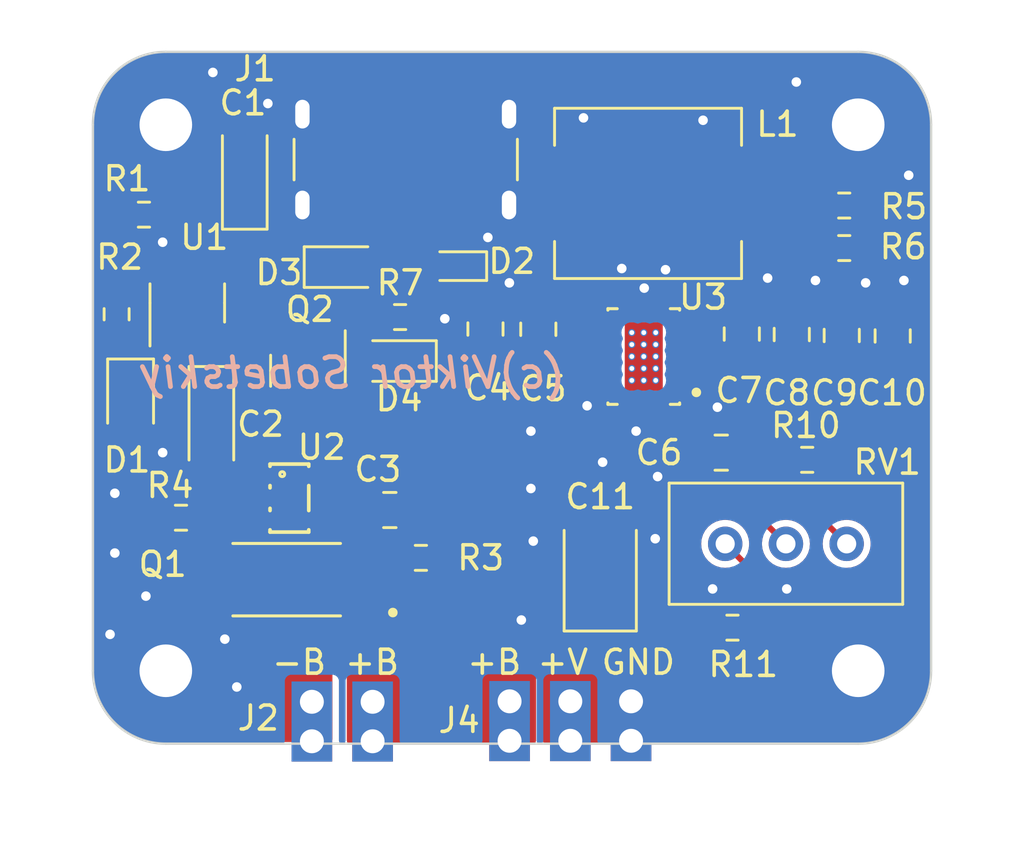
<source format=kicad_pcb>
(kicad_pcb (version 20221018) (generator pcbnew)
  (title_block (title "BMS_Buck-Boost") (date "2023-12-28"))
  (layers (0 "F.Cu" signal) (31 "B.Cu" signal) (34 "B.Paste" user) (35 "F.Paste" user) (36 "B.SilkS" user "B.Silkscreen") (37 "F.SilkS" user "F.Silkscreen") (38 "B.Mask" user) (39 "F.Mask" user) (44 "Edge.Cuts" user))
  (net 0 "")
  (net 1 "VBUS")
  (net 2 "GND")
  (net 3 "+BATT")
  (net 4 "Net-(U2-VCC)")
  (net 5 "-BATT")
  (net 6 "+VCC_IN")
  (net 7 "Net-(U3-EN)")
  (net 8 "+VCC_OUT")
  (net 9 "STAT")
  (net 10 "Net-(D1-A)")
  (net 11 "Net-(D2-A2)")
  (net 12 "Net-(J1-CC1)")
  (net 13 "Net-(J1-CC2)")
  (net 14 "Net-(U3-L1_8)")
  (net 15 "Net-(U3-L2_6)")
  (net 17 "Net-(U2-OD)")
  (net 18 "Net-(U2-OC)")
  (net 19 "Net-(U1-PROG)")
  (net 20 "Net-(U2-CS)")
  (net 21 "Net-(R10-Pad2)")
  (net 22 "Net-(R11-Pad1)")
  (net 23 "FB")
  (footprint "Resistor_SMD:R_0603_1608Metric" (layer "F.Cu") (at 182.8038 86.9442)
    (fp_text reference "R6" (at 2.4638 -0.0508 180) (layer "F.SilkS"))
    (fp_text value "5.1K")
    (fp_line (start -0.237258 -0.5225) (end 0.237258 -0.5225) (stroke (width 0.12)) (layer "F.SilkS"))
    (fp_line (start -0.237258 0.5225) (end 0.237258 0.5225) (stroke (width 0.12)) (layer "F.SilkS"))
    (pad "1" smd roundrect (at -0.825 0) (size 0.8 0.95) (layers "F.Cu" "F.Paste" "F.Mask") (net 12 "Net-(J1-CC1)"))
    (pad "2" smd roundrect (at 0.825 0) (size 0.8 0.95) (layers "F.Cu" "F.Paste" "F.Mask") (net 2 "GND"))
  )
  (footprint "Resistor_SMD:R_0603_1608Metric" (layer "F.Cu") (at 182.8038 85.1662)
    (fp_text reference "R5" (at 2.4892 0.0508 180) (layer "F.SilkS"))
    (fp_text value "5.1K")
    (fp_line (start -0.237258 -0.5225) (end 0.237258 -0.5225) (stroke (width 0.12)) (layer "F.SilkS"))
    (fp_line (start -0.237258 0.5225) (end 0.237258 0.5225) (stroke (width 0.12)) (layer "F.SilkS"))
    (pad "1" smd roundrect (at -0.825 0) (size 0.8 0.95) (layers "F.Cu" "F.Paste" "F.Mask") (net 13 "Net-(J1-CC2)"))
    (pad "2" smd roundrect (at 0.825 0) (size 0.8 0.95) (layers "F.Cu" "F.Paste" "F.Mask") (net 2 "GND"))
  )
  (footprint "Resistor_SMD:R_0603_1608Metric" (layer "F.Cu") (at 181.2544 95.8 180)
    (fp_text reference "R10" (at 0.0544 1.4342) (layer "F.SilkS"))
    (fp_text value "1,1M")
    (fp_line (start -0.237258 -0.5225) (end 0.237258 -0.5225) (stroke (width 0.12)) (layer "F.SilkS"))
    (fp_line (start -0.237258 0.5225) (end 0.237258 0.5225) (stroke (width 0.12)) (layer "F.SilkS"))
    (pad "1" smd roundrect (at -0.825 0 180) (size 0.8 0.95) (layers "F.Cu" "F.Paste" "F.Mask") (net 8 "+VCC_OUT"))
    (pad "2" smd roundrect (at 0.825 0 180) (size 0.8 0.95) (layers "F.Cu" "F.Paste" "F.Mask") (net 21 "Net-(R10-Pad2)"))
  )
  (footprint "Capacitor_SMD:C_0805_2012Metric" (layer "F.Cu") (at 163.8 97.9)
    (fp_text reference "C3" (at -0.5 -1.7 180) (layer "F.SilkS"))
    (fp_text value "100nF")
    (fp_line (start -0.261252 -0.735) (end 0.261252 -0.735) (stroke (width 0.12)) (layer "F.SilkS"))
    (fp_line (start -0.261252 0.735) (end 0.261252 0.735) (stroke (width 0.12)) (layer "F.SilkS"))
    (pad "1" smd roundrect (at -0.95 0) (size 1 1.45) (layers "F.Cu" "F.Paste" "F.Mask") (net 4 "Net-(U2-VCC)"))
    (pad "2" smd roundrect (at 0.95 0) (size 1 1.45) (layers "F.Cu" "F.Paste" "F.Mask") (net 5 "-BATT"))
  )
  (footprint "footprints:SOP65P640X120-8N" (layer "F.Cu") (at 159.4866 100.8126 180)
    (fp_text reference "Q1" (at 5.1866 0.6426) (layer "F.SilkS"))
    (fp_text value "FS8205A")
    (fp_line (start -2.25 -1.515) (end 2.25 -1.515) (stroke (width 0.127)) (layer "F.SilkS"))
    (fp_line (start -2.25 1.515) (end 2.25 1.515) (stroke (width 0.127)) (layer "F.SilkS"))
    (fp_circle (center -4.44 -1.375) (end -4.34 -1.375) (stroke (width 0.2)) (fill none) (layer "F.SilkS"))
    (pad "1" smd roundrect (at -2.88 -0.975 180) (size 1.56 0.4) (layers "F.Cu" "F.Paste" "F.Mask") (roundrect_rratio 0.05))
    (pad "2" smd roundrect (at -2.88 -0.325 180) (size 1.56 0.4) (layers "F.Cu" "F.Paste" "F.Mask") (roundrect_rratio 0.05) (net 5 "-BATT"))
    (pad "3" smd roundrect (at -2.88 0.325 180) (size 1.56 0.4) (layers "F.Cu" "F.Paste" "F.Mask") (roundrect_rratio 0.05) (net 5 "-BATT"))
    (pad "4" smd roundrect (at -2.88 0.975 180) (size 1.56 0.4) (layers "F.Cu" "F.Paste" "F.Mask") (roundrect_rratio 0.05) (net 17 "Net-(U2-OD)"))
    (pad "5" smd roundrect (at 2.88 0.975 180) (size 1.56 0.4) (layers "F.Cu" "F.Paste" "F.Mask") (roundrect_rratio 0.05) (net 18 "Net-(U2-OC)"))
    (pad "6" smd roundrect (at 2.88 0.325 180) (size 1.56 0.4) (layers "F.Cu" "F.Paste" "F.Mask") (roundrect_rratio 0.05) (net 2 "GND"))
    (pad "7" smd roundrect (at 2.88 -0.325 180) (size 1.56 0.4) (layers "F.Cu" "F.Paste" "F.Mask") (roundrect_rratio 0.05) (net 2 "GND"))
    (pad "8" smd roundrect (at 2.88 -0.975 180) (size 1.56 0.4) (layers "F.Cu" "F.Paste" "F.Mask") (roundrect_rratio 0.05))
  )
  (footprint "Diode_SMD:D_0805_2012Metric" (layer "F.Cu") (at 152.9588 93.2688 -90)
    (fp_text reference "D1" (at 2.54 0.1524) (layer "F.SilkS"))
    (fp_text value "LED")
    (fp_line (start -1.685 -0.96) (end -1.685 0.96) (stroke (width 0.12)) (layer "F.SilkS"))
    (fp_line (start -1.685 0.96) (end 1 0.96) (stroke (width 0.12)) (layer "F.SilkS"))
    (fp_line (start 1 -0.96) (end -1.685 -0.96) (stroke (width 0.12)) (layer "F.SilkS"))
    (pad "1" smd roundrect (at -0.9375 0 270) (size 0.975 1.4) (layers "F.Cu" "F.Paste" "F.Mask") (net 9 "STAT"))
    (pad "2" smd roundrect (at 0.9375 0 270) (size 0.975 1.4) (layers "F.Cu" "F.Paste" "F.Mask") (net 10 "Net-(D1-A)"))
  )
  (footprint "Capacitor_Tantalum_SMD:CP_EIA-3528-21_Kemet-B" (layer "F.Cu") (at 172.6 100.5 90)
    (fp_text reference "C11" (at 3.1575 0 180) (layer "F.SilkS"))
    (fp_text value "100uF")
    (fp_line (start -2.46 -1.51) (end -2.46 1.51) (stroke (width 0.12)) (layer "F.SilkS"))
    (fp_line (start -2.46 1.51) (end 1.75 1.51) (stroke (width 0.12)) (layer "F.SilkS"))
    (fp_line (start 1.75 -1.51) (end -2.46 -1.51) (stroke (width 0.12)) (layer "F.SilkS"))
    (pad "1" smd roundrect (at -1.5375 0 90) (size 1.325 2.35) (layers "F.Cu" "F.Paste" "F.Mask") (roundrect_rratio 0.1886792453) (net 8 "+VCC_OUT"))
    (pad "2" smd roundrect (at 1.5375 0 90) (size 1.325 2.35) (layers "F.Cu" "F.Paste" "F.Mask") (roundrect_rratio 0.1886792453) (net 2 "GND"))
  )
  (footprint "Capacitor_Tantalum_SMD:CP_EIA-3216-18_Kemet-A" (layer "F.Cu") (at 157.734 83.8454 90)
    (fp_text reference "C1" (at 2.9718 -0.0762) (layer "F.SilkS"))
    (fp_text value "4.7uF")
    (fp_line (start -2.31 -0.935) (end -2.31 0.935) (stroke (width 0.12)) (layer "F.SilkS"))
    (fp_line (start -2.31 0.935) (end 1.6 0.935) (stroke (width 0.12)) (layer "F.SilkS"))
    (fp_line (start 1.6 -0.935) (end -2.31 -0.935) (stroke (width 0.12)) (layer "F.SilkS"))
    (pad "1" smd roundrect (at -1.35 0 90) (size 1.4 1.35) (layers "F.Cu" "F.Paste" "F.Mask") (roundrect_rratio 0.1851851852) (net 1 "VBUS"))
    (pad "2" smd roundrect (at 1.35 0 90) (size 1.4 1.35) (layers "F.Cu" "F.Paste" "F.Mask") (roundrect_rratio 0.1851851852) (net 2 "GND"))
  )
  (footprint "Connector_USB:USB_C_Receptacle_GCT_USB4125-xx-x-0190_6P_TopMnt_Horizontal" (layer "F.Cu") (at 164.465 82.1436 180)
    (fp_text reference "J1" (at 6.2992 2.6924 unlocked) (layer "F.SilkS"))
    (fp_text value "USB_C_Receptacle_PowerOnly_6P")
    (fp_line (start -4.67 -0.25) (end -4.67 -1.95) (stroke (width 0.12)) (layer "F.SilkS"))
    (fp_line (start 4.67 -0.25) (end 4.67 -1.95) (stroke (width 0.12)) (layer "F.SilkS"))
    (pad "A5" smd roundrect (at -0.5 -3.08 180) (size 0.7 1.2) (layers "F.Cu" "F.Paste" "F.Mask") (net 12 "Net-(J1-CC1)"))
    (pad "A9" smd roundrect (at 1.52 -3.08) (size 0.76 1.2) (layers "F.Cu" "F.Paste" "F.Mask") (net 11 "Net-(D2-A2)"))
    (pad "A12" smd roundrect (at 2.75 -3.08) (size 0.8 1.2) (layers "F.Cu" "F.Paste" "F.Mask") (net 2 "GND"))
    (pad "B5" smd roundrect (at 0.5 -3.08) (size 0.7 1.2) (layers "F.Cu" "F.Paste" "F.Mask") (net 13 "Net-(J1-CC2)"))
    (pad "B9" smd roundrect (at -1.52 -3.08 180) (size 0.76 1.2) (layers "F.Cu" "F.Paste" "F.Mask") (net 11 "Net-(D2-A2)"))
    (pad "B12" smd roundrect (at -2.75 -3.08 180) (size 0.8 1.2) (layers "F.Cu" "F.Paste" "F.Mask") (net 2 "GND"))
    (pad "S1" thru_hole oval (at -4.32 -3 180) (size 1.1 1.7) (drill oval 0.6 1.2) (layers "*.Cu" "*.Mask" "F.Paste") (net 2 "GND"))
    (pad "S1" thru_hole oval (at -4.32 0.8 180) (size 1.1 1.7) (drill oval 0.6 1.2) (layers "*.Cu" "*.Mask" "F.Paste") (net 2 "GND"))
    (pad "S1" thru_hole oval (at 4.32 -3 180) (size 1.1 1.7) (drill oval 0.6 1.2) (layers "*.Cu" "*.Mask" "F.Paste") (net 2 "GND"))
    (pad "S1" thru_hole oval (at 4.32 0.8 180) (size 1.1 1.7) (drill oval 0.6 1.2) (layers "*.Cu" "*.Mask" "F.Paste") (net 2 "GND"))
  )
  (footprint "Resistor_SMD:R_0603_1608Metric" (layer "F.Cu") (at 153.5176 85.5472)
    (fp_text reference "R1" (at -0.7112 -1.4986) (layer "F.SilkS"))
    (fp_text value "2K")
    (fp_line (start -0.237258 -0.5225) (end 0.237258 -0.5225) (stroke (width 0.12)) (layer "F.SilkS"))
    (fp_line (start -0.237258 0.5225) (end 0.237258 0.5225) (stroke (width 0.12)) (layer "F.SilkS"))
    (pad "1" smd roundrect (at -0.825 0) (size 0.8 0.95) (layers "F.Cu" "F.Paste" "F.Mask") (net 19 "Net-(U1-PROG)"))
    (pad "2" smd roundrect (at 0.825 0) (size 0.8 0.95) (layers "F.Cu" "F.Paste" "F.Mask") (net 2 "GND"))
  )
  (footprint "Capacitor_SMD:C_0805_2012Metric" (layer "F.Cu") (at 184.83 90.62 90)
    (fp_text reference "C10" (at -2.38 -0.03) (layer "F.SilkS"))
    (fp_text value "22uF")
    (fp_line (start -0.261252 -0.735) (end 0.261252 -0.735) (stroke (width 0.12)) (layer "F.SilkS"))
    (fp_line (start -0.261252 0.735) (end 0.261252 0.735) (stroke (width 0.12)) (layer "F.SilkS"))
    (pad "1" smd roundrect (at -0.95 0 90) (size 1 1.45) (layers "F.Cu" "F.Paste" "F.Mask") (net 8 "+VCC_OUT"))
    (pad "2" smd roundrect (at 0.95 0 90) (size 1 1.45) (layers "F.Cu" "F.Paste" "F.Mask") (net 2 "GND"))
  )
  (footprint "Potentiometer_THT:Potentiometer_Bourns_3296W_Vertical" (layer "F.Cu") (at 177.8254 99.314 180)
    (fp_text reference "RV1" (at -6.7746 3.414 180) (layer "F.SilkS"))
    (fp_text value "100K")
    (fp_line (start -7.425 -2.53) (end -7.425 2.54) (stroke (width 0.12)) (layer "F.SilkS"))
    (fp_line (start -7.425 -2.53) (end 2.345 -2.53) (stroke (width 0.12)) (layer "F.SilkS"))
    (fp_line (start -7.425 2.54) (end 2.345 2.54) (stroke (width 0.12)) (layer "F.SilkS"))
    (fp_line (start 2.345 -2.53) (end 2.345 2.54) (stroke (width 0.12)) (layer "F.SilkS"))
    (pad "1" thru_hole circle (at 0 0 180) (size 1.44 1.44) (drill 0.8) (layers "*.Cu" "*.Mask") (net 22 "Net-(R11-Pad1)"))
    (pad "2" thru_hole circle (at -2.54 0 180) (size 1.44 1.44) (drill 0.8) (layers "*.Cu" "*.Mask") (net 23 "FB"))
    (pad "3" thru_hole circle (at -5.08 0 180) (size 1.44 1.44) (drill 0.8) (layers "*.Cu" "*.Mask") (net 21 "Net-(R10-Pad2)"))
  )
  (footprint "MountingHole:MountingHole_2.2mm_M2_DIN965_Pad" (layer "F.Cu") (at 183.388 104.6226)
    (fp_text reference "H4" hide)
    (fp_text value "MountingHole_Pad")
    (pad "1" thru_hole circle (at 0 0) (size 3.8 3.8) (drill 2.2) (layers "*.Cu" "*.Mask") (net 2 "GND"))
  )
  (footprint "Capacitor_SMD:C_0805_2012Metric" (layer "F.Cu") (at 170.01 90.34 90)
    (fp_text reference "C5" (at -2.4856 0.2032 180) (layer "F.SilkS"))
    (fp_text value "10uF")
    (fp_line (start -0.261252 -0.735) (end 0.261252 -0.735) (stroke (width 0.12)) (layer "F.SilkS"))
    (fp_line (start -0.261252 0.735) (end 0.261252 0.735) (stroke (width 0.12)) (layer "F.SilkS"))
    (pad "1" smd roundrect (at -0.95 0 90) (size 1 1.45) (layers "F.Cu" "F.Paste" "F.Mask") (net 6 "+VCC_IN"))
    (pad "2" smd roundrect (at 0.95 0 90) (size 1 1.45) (layers "F.Cu" "F.Paste" "F.Mask") (net 2 "GND"))
  )
  (footprint "Cutom_PinHeaders:PinHeader_1x03_P2.54mm_Vertical" (layer "F.Cu") (at 173.8884 105.9 -90)
    (fp_text reference "J4" (at 0.8 7.1884 -180) (layer "F.SilkS"))
    (fp_text value "Conn_01x03_Pin")
    (pad "1" thru_hole rect (at 0 0 270) (size 1.7 1.7) (drill 1) (layers "*.Cu" "*.Mask") (net 2 "GND"))
    (pad "1" thru_hole rect (at 1.651 0 270) (size 1.7 1.7) (drill 1) (layers "*.Cu" "*.Mask") (net 2 "GND"))
    (pad "2" thru_hole rect (at 0 2.54 270) (size 1.7 1.7) (drill 1) (layers "*.Cu" "*.Mask") (net 8 "+VCC_OUT"))
    (pad "2" thru_hole rect (at 1.651 2.54 270) (size 1.7 1.7) (drill 1) (layers "*.Cu" "*.Mask") (net 8 "+VCC_OUT"))
    (pad "3" thru_hole rect (at 0 5.08 270) (size 1.7 1.7) (drill 1) (layers "*.Cu" "*.Mask") (net 3 "+BATT"))
    (pad "3" thru_hole rect (at 1.651 5.08 270) (size 1.7 1.7) (drill 1) (layers "*.Cu" "*.Mask") (net 3 "+BATT"))
  )
  (footprint "Package_TO_SOT_SMD:SOT-23-5" (layer "F.Cu") (at 155.33 89.24 90)
    (fp_text reference "U1" (at 2.7432 0.7112 180) (layer "F.SilkS"))
    (fp_text value "MCP73831-2-OT")
    (fp_line (start 0 -1.56) (end -1.8 -1.56) (stroke (width 0.12)) (layer "F.SilkS"))
    (fp_line (start 0 -1.56) (end 0.8 -1.56) (stroke (width 0.12)) (layer "F.SilkS"))
    (fp_line (start 0 1.56) (end -0.8 1.56) (stroke (width 0.12)) (layer "F.SilkS"))
    (fp_line (start 0 1.56) (end 0.8 1.56) (stroke (width 0.12)) (layer "F.SilkS"))
    (pad "1" smd roundrect (at -1.1375 -0.95 90) (size 1.325 0.6) (layers "F.Cu" "F.Paste" "F.Mask") (net 9 "STAT"))
    (pad "2" smd roundrect (at -1.1375 0 90) (size 1.325 0.6) (layers "F.Cu" "F.Paste" "F.Mask") (net 2 "GND"))
    (pad "3" smd roundrect (at -1.1375 0.95 90) (size 1.325 0.6) (layers "F.Cu" "F.Paste" "F.Mask") (net 3 "+BATT"))
    (pad "4" smd roundrect (at 1.1375 0.95 90) (size 1.325 0.6) (layers "F.Cu" "F.Paste" "F.Mask") (net 1 "VBUS"))
    (pad "5" smd roundrect (at 1.1375 -0.95 90) (size 1.325 0.6) (layers "F.Cu" "F.Paste" "F.Mask") (net 19 "Net-(U1-PROG)"))
  )
  (footprint "Resistor_SMD:R_0603_1608Metric" (layer "F.Cu") (at 164.23 89.83)
    (fp_text reference "R7" (at 0 -1.43) (layer "F.SilkS"))
    (fp_text value "50K")
    (fp_line (start -0.237258 -0.5225) (end 0.237258 -0.5225) (stroke (width 0.12)) (layer "F.SilkS"))
    (fp_line (start -0.237258 0.5225) (end 0.237258 0.5225) (stroke (width 0.12)) (layer "F.SilkS"))
    (pad "1" smd roundrect (at -0.825 0) (size 0.8 0.95) (layers "F.Cu" "F.Paste" "F.Mask") (net 1 "VBUS"))
    (pad "2" smd roundrect (at 0.825 0) (size 0.8 0.95) (layers "F.Cu" "F.Paste" "F.Mask") (net 2 "GND"))
  )
  (footprint "Diode_SMD:D_SOD-323F" (layer "F.Cu") (at 161.83 87.74)
    (fp_text reference "D3" (at -2.667 0.2286) (layer "F.SilkS"))
    (fp_text value "1N5819WS")
    (fp_line (start -1.61 -0.85) (end -1.61 0.85) (stroke (width 0.12)) (layer "F.SilkS"))
    (fp_line (start -1.61 -0.85) (end 1.05 -0.85) (stroke (width 0.12)) (layer "F.SilkS"))
    (fp_line (start -1.61 0.85) (end 1.05 0.85) (stroke (width 0.12)) (layer "F.SilkS"))
    (pad "1" smd roundrect (at -1.1 0) (size 0.5 0.5) (layers "F.Cu" "F.Paste" "F.Mask") (net 1 "VBUS"))
    (pad "2" smd roundrect (at 1.1 0) (size 0.5 0.5) (layers "F.Cu" "F.Paste" "F.Mask") (net 11 "Net-(D2-A2)"))
  )
  (footprint "Capacitor_Tantalum_SMD:CP_EIA-3216-18_Kemet-A" (layer "F.Cu") (at 156.337 94.2086 -90)
    (fp_text reference "C2" (at 0.1016 -2.0574 -180) (layer "F.SilkS"))
    (fp_text value "4.7uF")
    (fp_line (start -2.31 -0.935) (end -2.31 0.935) (stroke (width 0.12)) (layer "F.SilkS"))
    (fp_line (start -2.31 0.935) (end 1.6 0.935) (stroke (width 0.12)) (layer "F.SilkS"))
    (fp_line (start 1.6 -0.935) (end -2.31 -0.935) (stroke (width 0.12)) (layer "F.SilkS"))
    (pad "1" smd roundrect (at -1.35 0 270) (size 1.4 1.35) (layers "F.Cu" "F.Paste" "F.Mask") (roundrect_rratio 0.1851851852) (net 3 "+BATT"))
    (pad "2" smd roundrect (at 1.35 0 270) (size 1.4 1.35) (layers "F.Cu" "F.Paste" "F.Mask") (roundrect_rratio 0.1851851852) (net 2 "GND"))
  )
  (footprint "MountingHole:MountingHole_2.2mm_M2_DIN965_Pad" (layer "F.Cu") (at 154.432 81.788)
    (fp_text reference "H1" hide)
    (fp_text value "MountingHole_Pad")
    (pad "1" thru_hole circle (at 0 0) (size 3.8 3.8) (drill 2.2) (layers "*.Cu" "*.Mask") (net 2 "GND"))
  )
  (footprint "Capacitor_SMD:C_0805_2012Metric" (layer "F.Cu") (at 178.52 90.54 90)
    (fp_text reference "C7" (at -2.36 -0.12) (layer "F.SilkS"))
    (fp_text value "22uF")
    (fp_line (start -0.261252 -0.735) (end 0.261252 -0.735) (stroke (width 0.12)) (layer "F.SilkS"))
    (fp_line (start -0.261252 0.735) (end 0.261252 0.735) (stroke (width 0.12)) (layer "F.SilkS"))
    (pad "1" smd roundrect (at -0.95 0 90) (size 1 1.45) (layers "F.Cu" "F.Paste" "F.Mask") (net 8 "+VCC_OUT"))
    (pad "2" smd roundrect (at 0.95 0 90) (size 1 1.45) (layers "F.Cu" "F.Paste" "F.Mask") (net 2 "GND"))
  )
  (footprint "Capacitor_SMD:C_0805_2012Metric" (layer "F.Cu") (at 180.61 90.56 90)
    (fp_text reference "C8" (at -2.44 -0.21 180) (layer "F.SilkS"))
    (fp_text value "22uF")
    (fp_line (start -0.261252 -0.735) (end 0.261252 -0.735) (stroke (width 0.12)) (layer "F.SilkS"))
    (fp_line (start -0.261252 0.735) (end 0.261252 0.735) (stroke (width 0.12)) (layer "F.SilkS"))
    (pad "1" smd roundrect (at -0.95 0 90) (size 1 1.45) (layers "F.Cu" "F.Paste" "F.Mask") (net 8 "+VCC_OUT"))
    (pad "2" smd roundrect (at 0.95 0 90) (size 1 1.45) (layers "F.Cu" "F.Paste" "F.Mask") (net 2 "GND"))
  )
  (footprint "Resistor_SMD:R_0603_1608Metric" (layer "F.Cu") (at 152.3746 89.7128 -90)
    (fp_text reference "R2" (at -2.3876 -0.127) (layer "F.SilkS"))
    (fp_text value "1K")
    (fp_line (start -0.237258 -0.5225) (end 0.237258 -0.5225) (stroke (width 0.12)) (layer "F.SilkS"))
    (fp_line (start -0.237258 0.5225) (end 0.237258 0.5225) (stroke (width 0.12)) (layer "F.SilkS"))
    (pad "1" smd roundrect (at -0.825 0 270) (size 0.8 0.95) (layers "F.Cu" "F.Paste" "F.Mask") (net 1 "VBUS"))
    (pad "2" smd roundrect (at 0.825 0 270) (size 0.8 0.95) (layers "F.Cu" "F.Paste" "F.Mask") (net 10 "Net-(D1-A)"))
  )
  (footprint "Capacitor_SMD:C_0805_2012Metric" (layer "F.Cu") (at 182.7 90.6 90)
    (fp_text reference "C9" (at -2.4 -0.3) (layer "F.SilkS"))
    (fp_text value "22uF")
    (fp_line (start -0.261252 -0.735) (end 0.261252 -0.735) (stroke (width 0.12)) (layer "F.SilkS"))
    (fp_line (start -0.261252 0.735) (end 0.261252 0.735) (stroke (width 0.12)) (layer "F.SilkS"))
    (pad "1" smd roundrect (at -0.95 0 90) (size 1 1.45) (layers "F.Cu" "F.Paste" "F.Mask") (net 8 "+VCC_OUT"))
    (pad "2" smd roundrect (at 0.95 0 90) (size 1 1.45) (layers "F.Cu" "F.Paste" "F.Mask") (net 2 "GND"))
  )
  (footprint "Package_TO_SOT_SMD:SOT-23" (layer "F.Cu") (at 160.3756 92.075 -90)
    (fp_text reference "Q2" (at -2.5654 -0.0762 -180) (layer "F.SilkS"))
    (fp_text value "AO3401A")
    (fp_line (start 0 -1.56) (end -1.675 -1.56) (stroke (width 0.12)) (layer "F.SilkS"))
    (fp_line (start 0 -1.56) (end 0.65 -1.56) (stroke (width 0.12)) (layer "F.SilkS"))
    (fp_line (start 0 1.56) (end -0.65 1.56) (stroke (width 0.12)) (layer "F.SilkS"))
    (fp_line (start 0 1.56) (end 0.65 1.56) (stroke (width 0.12)) (layer "F.SilkS"))
    (pad "1" smd roundrect (at -0.9375 -0.95 270) (size 1.475 0.6) (layers "F.Cu" "F.Paste" "F.Mask") (net 1 "VBUS"))
    (pad "2" smd roundrect (at -0.9375 0.95 270) (size 1.475 0.6) (layers "F.Cu" "F.Paste" "F.Mask") (net 3 "+BATT"))
    (pad "3" smd roundrect (at 0.9375 0 270) (size 1.475 0.6) (layers "F.Cu" "F.Paste" "F.Mask") (net 6 "+VCC_IN"))
  )
  (footprint "Resistor_SMD:R_0603_1608Metric" (layer "F.Cu") (at 178.1302 102.8192 180)
    (fp_text reference "R11" (at -0.4498 -1.5408) (layer "F.SilkS"))
    (fp_text value "120K")
    (fp_line (start -0.237258 -0.5225) (end 0.237258 -0.5225) (stroke (width 0.12)) (layer "F.SilkS"))
    (fp_line (start -0.237258 0.5225) (end 0.237258 0.5225) (stroke (width 0.12)) (layer "F.SilkS"))
    (pad "1" smd roundrect (at -0.825 0 180) (size 0.8 0.95) (layers "F.Cu" "F.Paste" "F.Mask") (net 22 "Net-(R11-Pad1)"))
    (pad "2" smd roundrect (at 0.825 0 180) (size 0.8 0.95) (layers "F.Cu" "F.Paste" "F.Mask") (net 2 "GND"))
  )
  (footprint "Inductor_SMD:L_Chilisin_BMRx00060630" (layer "F.Cu") (at 174.5996 84.6582)
    (fp_text reference "L1" (at 5.4102 -2.8956) (layer "F.SilkS"))
    (fp_text value "2.2uH")
    (fp_line (start -3.91 -3.56) (end -3.91 -2.01) (stroke (width 0.12)) (layer "F.SilkS"))
    (fp_line (start -3.91 -3.56) (end 3.91 -3.56) (stroke (width 0.12)) (layer "F.SilkS"))
    (fp_line (start -3.91 3.56) (end -3.91 2.01) (stroke (width 0.12)) (layer "F.SilkS"))
    (fp_line (start -3.91 3.56) (end 3.91 3.56) (stroke (width 0.12)) (layer "F.SilkS"))
    (fp_line (start 3.91 -3.56) (end 3.91 -2.01) (stroke (width 0.12)) (layer "F.SilkS"))
    (fp_line (start 3.91 3.56) (end 3.91 2.01) (stroke (width 0.12)) (layer "F.SilkS"))
    (pad "1" smd rect (at -3.025 0) (size 2.35 3.5) (layers "F.Cu" "F.Paste" "F.Mask") (net 14 "Net-(U3-L1_8)"))
    (pad "2" smd rect (at 3.025 0) (size 2.35 3.5) (layers "F.Cu" "F.Paste" "F.Mask") (net 15 "Net-(U3-L2_6)"))
  )
  (footprint "footprints:IC_TPS63020DSJR" (layer "F.Cu") (at 174.42 91.48 180)
    (fp_text reference "U3" (at -2.48 2.48) (layer "F.SilkS"))
    (fp_text value "TPS63020DSJR")
    (fp_line (start -1.5 -2) (end -1.11 -2) (stroke (width 0.127)) (layer "F.SilkS"))
    (fp_line (start -1.5 -1.94) (end -1.5 -2) (stroke (width 0.127)) (layer "F.SilkS"))
    (fp_line (start -1.5 2) (end -1.5 1.94) (stroke (width 0.127)) (layer "F.SilkS"))
    (fp_line (start -1.11 2) (end -1.5 2) (stroke (width 0.127)) (layer "F.SilkS"))
    (fp_line (start 1.11 -2) (end 1.5 -2) (stroke (width 0.127)) (layer "F.SilkS"))
    (fp_line (start 1.5 -2) (end 1.5 -1.94) (stroke (width 0.127)) (layer "F.SilkS"))
    (fp_line (start 1.5 1.94) (end 1.5 2) (stroke (width 0.127)) (layer "F.SilkS"))
    (fp_line (start 1.5 2) (end 1.11 2) (stroke (width 0.127)) (layer "F.SilkS"))
    (fp_circle (center -2.2 -1.5) (end -2.1 -1.5) (stroke (width 0.2)) (fill none) (layer "F.SilkS"))
    (pad "1" smd oval (at -1.4 -1.5 180) (size 0.6 0.24) (layers "F.Cu" "F.Paste") (net 7 "Net-(U3-EN)"))
    (pad "2" smd oval (at -1.4 -1 180) (size 0.6 0.24) (layers "F.Cu" "F.Paste") (net 2 "GND"))
    (pad "3" smd oval (at -1.4 -0.5 180) (size 0.6 0.24) (layers "F.Cu" "F.Paste") (net 23 "FB"))
    (pad "4" smd oval (at -1.4 0 180) (size 0.6 0.24) (layers "F.Cu" "F.Paste") (net 8 "+VCC_OUT"))
    (pad "5" smd oval (at -1.4 0.5 180) (size 0.6 0.24) (layers "F.Cu" "F.Paste") (net 8 "+VCC_OUT"))
    (pad "6" smd oval (at -1.4 1 180) (size 0.6 0.24) (layers "F.Cu" "F.Paste") (net 15 "Net-(U3-L2_6)"))
    (pad "7" smd oval (at -1.4 1.5 180) (size 0.6 0.24) (layers "F.Cu" "F.Paste") (net 15 "Net-(U3-L2_6)"))
    (pad "8" smd oval (at 1.4 1.5 180) (size 0.6 0.24) (layers "F.Cu" "F.Paste") (net 14 "Net-(U3-L1_8)"))
    (pad "9" smd oval (at 1.4 1 180) (size 0.6 0.24) (layers "F.Cu" "F.Paste") (net 14 "Net-(U3-L1_8)"))
    (pad "10" smd oval (at 1.4 0.5 180) (size 0.6 0.24) (layers "F.Cu" "F.Paste") (net 6 "+VCC_IN"))
    (pad "11" smd oval (at 1.4 0 180) (size 0.6 0.24) (layers "F.Cu" "F.Paste") (net 6 "+VCC_IN"))
    (pad "12" smd oval (at 1.4 -0.5 180) (size 0.6 0.24) (layers "F.Cu" "F.Paste") (net 7 "Net-(U3-EN)"))
    (pad "13" smd oval (at 1.4 -1 180) (size 0.6 0.24) (layers "F.Cu" "F.Paste") (net 2 "GND"))
    (pad "14" smd oval (at 1.4 -1.5 180) (size 0.6 0.24) (layers "F.Cu" "F.Paste"))
    (pad "15" smd custom (at 0 0 180) (size 1.5 2.8) (layers "F.Cu") (net 2 "GND") (options (clearance outline) (anchor rect)) (primitives (gr_poly (pts (xy -0.79 -2.2) (xy -0.59 -2.2) (xy -0.59 -1.425) (xy -0.33 -1.425) (xy -0.33 -2.2) (xy -0.13 -2.2) (xy -0.13 -1.425) (xy 0.13 -1.425) (xy 0.13 -2.2) (xy 0.33 -2.2) (xy 0.33 -1.425) (xy 0.59 -1.425) (xy 0.59 -2.2) (xy 0.79 -2.2) (xy 0.79 2.2) (xy 0.59 2.2) (xy 0.59 1.425) (xy 0.33 1.425) (xy 0.33 2.2) (xy 0.13 2.2) (xy 0.13 1.425) (xy -0.13 1.425) (xy -0.13 2.2) (xy -0.33 2.2) (xy -0.33 1.425) (xy -0.59 1.425) (xy -0.59 2.2) (xy -0.79 2.2)) (width 0.01) (fill yes))))
    (pad "16" thru_hole circle (at -0.5 -1 180) (size 0.3 0.3) (drill 0.2) (layers "*.Cu" "*.Mask"))
    (pad "17" thru_hole circle (at 0 -1 180) (size 0.3 0.3) (drill 0.2) (layers "*.Cu" "*.Mask"))
    (pad "18" thru_hole circle (at 0.5 -1 180) (size 0.3 0.3) (drill 0.2) (layers "*.Cu" "*.Mask"))
    (pad "19" thru_hole circle (at -0.5 -0.5 180) (size 0.3 0.3) (drill 0.2) (layers "*.Cu" "*.Mask"))
    (pad "20" thru_hole circle (at 0 -0.5 180) (size 0.3 0.3) (drill 0.2) (layers "*.Cu" "*.Mask"))
    (pad "21" thru_hole circle (at 0.5 -0.5 180) (size 0.3 0.3) (drill 0.2) (layers "*.Cu" "*.Mask"))
    (pad "22" thru_hole circle (at -0.5 0 180) (size 0.3 0.3) (drill 0.2) (layers "*.Cu" "*.Mask"))
    (pad "23" thru_hole circle (at 0 0 180) (size 0.3 0.3) (drill 0.2) (layers "*.Cu" "*.Mask"))
    (pad "24" thru_hole circle (at 0.5 0 180) (size 0.3 0.3) (drill 0.2) (layers "*.Cu" "*.Mask"))
    (pad "25" thru_hole circle (at -0.5 0.5 180) (size 0.3 0.3) (drill 0.2) (layers "*.Cu" "*.Mask"))
    (pad "26" thru_hole circle (at 0 0.5 180) (size 0.3 0.3) (drill 0.2) (layers "*.Cu" "*.Mask"))
    (pad "27" thru_hole circle (at 0.5 0.5 180) (size 0.3 0.3) (drill 0.2) (layers "*.Cu" "*.Mask"))
    (pad "28" thru_hole circle (at -0.5 1 180) (size 0.3 0.3) (drill 0.2) (layers "*.Cu" "*.Mask"))
    (pad "29" thru_hole circle (at 0 1 180) (size 0.3 0.3) (drill 0.2) (layers "*.Cu" "*.Mask"))
    (pad "30" thru_hole circle (at 0.5 1 180) (size 0.3 0.3) (drill 0.2) (layers "*.Cu" "*.Mask"))
  )
  (footprint "Resistor_SMD:R_0603_1608Metric" (layer "F.Cu") (at 165.1 99.9 180)
    (fp_text reference "R3" (at -2.5 0 180) (layer "F.SilkS"))
    (fp_text value "100R")
    (fp_line (start -0.237258 -0.5225) (end 0.237258 -0.5225) (stroke (width 0.12)) (layer "F.SilkS"))
    (fp_line (start -0.237258 0.5225) (end 0.237258 0.5225) (stroke (width 0.12)) (layer "F.SilkS"))
    (pad "1" smd roundrect (at -0.825 0 180) (size 0.8 0.95) (layers "F.Cu" "F.Paste" "F.Mask") (net 3 "+BATT"))
    (pad "2" smd roundrect (at 0.825 0 180) (size 0.8 0.95) (layers "F.Cu" "F.Paste" "F.Mask") (net 4 "Net-(U2-VCC)"))
  )
  (footprint "Cutom_PinHeaders:PinSocket_1x02_P2.54mm_Vertical" (layer "F.Cu") (at 163.08 105.92 -90)
    (fp_text reference "J2" (at 0.68 4.78 -180) (layer "F.SilkS"))
    (fp_text value "Conn_01x02_Pin")
    (pad "1" thru_hole rect (at 0 0 270) (size 1.7 1.7) (drill 1) (layers "*.Cu" "*.Mask") (net 3 "+BATT"))
    (pad "1" thru_hole rect (at 1.651 0 270) (size 1.7 1.7) (drill 1) (layers "*.Cu" "*.Mask") (net 3 "+BATT"))
    (pad "2" thru_hole rect (at 0 2.54 270) (size 1.7 1.7) (drill 1) (layers "*.Cu" "*.Mask") (net 5 "-BATT"))
    (pad "2" thru_hole rect (at 1.651 2.54 270) (size 1.7 1.7) (drill 1) (layers "*.Cu" "*.Mask") (net 5 "-BATT"))
  )
  (footprint "footprints:SOT23-6" (layer "F.Cu") (at 159.6 97.4 -90)
    (fp_text reference "U2" (at -2.1254 -1.3514) (layer "F.SilkS"))
    (fp_text value "DW01A")
    (fp_line (start -1.422 -0.81) (end -1.328 -0.81) (stroke (width 0.1524)) (layer "F.SilkS"))
    (fp_line (start -1.422 0.81) (end -1.422 -0.81) (stroke (width 0.1524)) (layer "F.SilkS"))
    (fp_line (start -1.328 0.81) (end -1.422 0.81) (stroke (width 0.1524)) (layer "F.SilkS"))
    (fp_line (start -0.522 -0.81) (end 0.522 -0.81) (stroke (width 0.1524)) (layer "F.SilkS"))
    (fp_line (start -0.428 0.81) (end -0.522 0.81) (stroke (width 0.1524)) (layer "F.SilkS"))
    (fp_line (start 0.522 0.81) (end 0.428 0.81) (stroke (width 0.1524)) (layer "F.SilkS"))
    (fp_line (start 1.328 -0.81) (end 1.422 -0.81) (stroke (width 0.1524)) (layer "F.SilkS"))
    (fp_line (start 1.422 -0.81) (end 1.422 0.81) (stroke (width 0.1524)) (layer "F.SilkS"))
    (fp_line (start 1.422 0.81) (end 1.328 0.81) (stroke (width 0.1524)) (layer "F.SilkS"))
    (fp_circle (center -1 0.3) (end -0.9 0.3) (stroke (width 0.127)) (fill none) (layer "F.SilkS"))
    (pad "1" smd rect (at -0.95 1.3 270) (size 0.55 1.2) (layers "F.Cu" "F.Paste" "F.Mask") (net 17 "Net-(U2-OD)"))
    (pad "2" smd rect (at 0 1.3 270) (size 0.55 1.2) (layers "F.Cu" "F.Paste" "F.Mask") (net 20 "Net-(U2-CS)"))
    (pad "3" smd rect (at 0.95 1.3 270) (size 0.55 1.2) (layers "F.Cu" "F.Paste" "F.Mask") (net 18 "Net-(U2-OC)"))
    (pad "4" smd rect (at 0.95 -1.3 270) (size 0.55 1.2) (layers "F.Cu" "F.Paste" "F.Mask"))
    (pad "5" smd rect (at 0 -1.3 270) (size 0.55 1.2) (layers "F.Cu" "F.Paste" "F.Mask") (net 4 "Net-(U2-VCC)"))
    (pad "6" smd rect (at -0.95 -1.3 270) (size 0.55 1.2) (layers "F.Cu" "F.Paste" "F.Mask") (net 5 "-BATT"))
  )
  (footprint "Capacitor_SMD:C_0805_2012Metric" (layer "F.Cu") (at 167.8 90.33 90)
    (fp_text reference "C4" (at -2.4638 0.0994 180) (layer "F.SilkS"))
    (fp_text value "10uF")
    (fp_line (start -0.261252 -0.735) (end 0.261252 -0.735) (stroke (width 0.12)) (layer "F.SilkS"))
    (fp_line (start -0.261252 0.735) (end 0.261252 0.735) (stroke (width 0.12)) (layer "F.SilkS"))
    (pad "1" smd roundrect (at -0.95 0 90) (size 1 1.45) (layers "F.Cu" "F.Paste" "F.Mask") (net 6 "+VCC_IN"))
    (pad "2" smd roundrect (at 0.95 0 90) (size 1 1.45) (layers "F.Cu" "F.Paste" "F.Mask") (net 2 "GND"))
  )
  (footprint "MountingHole:MountingHole_2.2mm_M2_DIN965_Pad" (layer "F.Cu") (at 154.432 104.6226)
    (fp_text reference "H3" hide)
    (fp_text value "MountingHole_Pad")
    (pad "1" thru_hole circle (at 0 0) (size 3.8 3.8) (drill 2.2) (layers "*.Cu" "*.Mask") (net 2 "GND"))
  )
  (footprint "MountingHole:MountingHole_2.2mm_M2_DIN965_Pad" (layer "F.Cu") (at 183.388 81.788)
    (fp_text reference "H2" hide)
    (fp_text value "MountingHole_Pad")
    (pad "1" thru_hole circle (at 0 0) (size 3.8 3.8) (drill 2.2) (layers "*.Cu" "*.Mask") (net 2 "GND"))
  )
  (footprint "Diode_SMD:D_SOD-523" (layer "F.Cu") (at 166.59 87.7 180)
    (fp_text reference "D2" (at -2.31 0.2) (layer "F.SilkS"))
    (fp_text value "LESD5D5.0CT1G")
    (fp_line (start -1.26 -0.6) (end -1.26 0.6) (stroke (width 0.12)) (layer "F.SilkS"))
    (fp_line (start 0.7 -0.6) (end -1.26 -0.6) (stroke (width 0.12)) (layer "F.SilkS"))
    (fp_line (start 0.7 0.6) (end -1.26 0.6) (stroke (width 0.12)) (layer "F.SilkS"))
    (pad "1" smd roundrect (at -0.7 0) (size 0.6 0.7) (layers "F.Cu" "F.Paste" "F.Mask") (net 2 "GND"))
    (pad "2" smd roundrect (at 0.7 0) (size 0.6 0.7) (layers "F.Cu" "F.Paste" "F.Mask") (net 11 "Net-(D2-A2)"))
  )
  (footprint "Capacitor_SMD:C_0805_2012Metric" (layer "F.Cu") (at 177.66 95.5 180)
    (fp_text reference "C6" (at 2.6 0 180) (layer "F.SilkS"))
    (fp_text value "100nF")
    (fp_line (start -0.261252 -0.735) (end 0.261252 -0.735) (stroke (width 0.12)) (layer "F.SilkS"))
    (fp_line (start -0.261252 0.735) (end 0.261252 0.735) (stroke (width 0.12)) (layer "F.SilkS"))
    (pad "1" smd roundrect (at -0.95 0 180) (size 1 1.45) (layers "F.Cu" "F.Paste" "F.Mask") (net 7 "Net-(U3-EN)"))
    (pad "2" smd roundrect (at 0.95 0 180) (size 1 1.45) (layers "F.Cu" "F.Paste" "F.Mask") (net 2 "GND"))
  )
  (footprint "Diode_SMD:D_SOD-323F" (layer "F.Cu") (at 164.1348 91.6686 180)
    (fp_text reference "D4" (at -0.053 -1.5784) (layer "F.SilkS"))
    (fp_text value "1N5819WS")
    (fp_line (start -1.61 -0.85) (end -1.61 0.85) (stroke (width 0.12)) (layer "F.SilkS"))
    (fp_line (start -1.61 -0.85) (end 1.05 -0.85) (stroke (width 0.12)) (layer "F.SilkS"))
    (fp_line (start -1.61 0.85) (end 1.05 0.85) (stroke (width 0.12)) (layer "F.SilkS"))
    (pad "1" smd roundrect (at -1.1 0 180) (size 0.5 0.5) (layers "F.Cu" "F.Paste" "F.Mask") (net 6 "+VCC_IN"))
    (pad "2" smd roundrect (at 1.1 0 180) (size 0.5 0.5) (layers "F.Cu" "F.Paste" "F.Mask") (net 1 "VBUS"))
  )
  (footprint "Resistor_SMD:R_0603_1608Metric" (layer "F.Cu") (at 155.067 98.2218)
    (fp_text reference "R4" (at -0.4572 -1.3462 180) (layer "F.SilkS"))
    (fp_text value "2K")
    (fp_line (start -0.237258 -0.5225) (end 0.237258 -0.5225) (stroke (width 0.12)) (layer "F.SilkS"))
    (fp_line (start -0.237258 0.5225) (end 0.237258 0.5225) (stroke (width 0.12)) (layer "F.SilkS"))
    (pad "1" smd roundrect (at -0.825 0) (size 0.8 0.95) (layers "F.Cu" "F.Paste" "F.Mask") (net 2 "GND"))
    (pad "2" smd roundrect (at 0.825 0) (size 0.8 0.95) (layers "F.Cu" "F.Paste" "F.Mask") (net 20 "Net-(U2-CS)"))
  )
  (gr_arc (start 183.388 78.74) (mid 185.543261 79.632739) (end 186.436 81.788) (stroke (width 0.1)) (layer "Edge.Cuts"))
  (gr_arc (start 151.384 81.788) (mid 152.276739 79.632739) (end 154.432 78.74) (stroke (width 0.1)) (layer "Edge.Cuts"))
  (gr_arc (start 154.432 107.6706) (mid 152.276739 106.777861) (end 151.384 104.6226) (stroke (width 0.1)) (layer "Edge.Cuts"))
  (gr_line (start 183.388 107.6706) (end 154.432 107.6706) (stroke (width 0.1)) (layer "Edge.Cuts"))
  (gr_arc (start 186.436 104.6226) (mid 185.543261 106.777861) (end 183.388 107.6706) (stroke (width 0.1)) (layer "Edge.Cuts"))
  (gr_line (start 186.436 81.788) (end 186.436 104.6226) (stroke (width 0.1)) (layer "Edge.Cuts"))
  (gr_line (start 154.432 78.74) (end 183.388 78.74) (stroke (width 0.1)) (layer "Edge.Cuts"))
  (gr_line (start 151.384 104.6226) (end 151.384 81.788) (stroke (width 0.1)) (layer "Edge.Cuts"))
  (gr_text "(с)Viktor Sobetskiy" (at 171.3 92.9) (layer "B.SilkS") (effects (font (size 1.25 1.25) (thickness 0.2) bold italic) (justify left bottom mirror)))
  (gr_text "+B" (at 161.84 104.85) (layer "F.SilkS") (effects (font (size 1 1)) (justify left bottom)))
  (gr_text "GND" (at 172.57 104.85) (layer "F.SilkS") (effects (font (size 1 1)) (justify left bottom)))
  (gr_text "+B" (at 166.95 104.85) (layer "F.SilkS") (effects (font (size 1 1)) (justify left bottom)))
  (gr_text "-B" (at 158.79 104.85) (layer "F.SilkS") (effects (font (size 1 1)) (justify left bottom)))
  (gr_text "+V" (at 169.89 104.85) (layer "F.SilkS") (effects (font (size 1 1)) (justify left bottom)))
  (segment (start 155.08 88.82) (end 155.7975 88.1025) (width 0.4) (layer "F.Cu") (net 1))
  (segment (start 155.08 88.846974) (end 155.08 88.82) (width 0.4) (layer "F.Cu") (net 1))
  (segment (start 154.761974 89.165) (end 155.08 88.846974) (width 0.4) (layer "F.Cu") (net 1))
  (segment (start 155.7975 88.1025) (end 156.28 88.1025) (width 0.4) (layer "F.Cu") (net 1))
  (segment (start 152.3746 88.8878) (end 152.6518 89.165) (width 0.4) (layer "F.Cu") (net 1))
  (segment (start 152.6518 89.165) (end 154.761974 89.165) (width 0.4) (layer "F.Cu") (net 1))
  (segment (start 172.05 93.07) (end 172.05 93.54) (width 0.25) (layer "F.Cu") (net 2))
  (segment (start 173.02 92.48) (end 172.64 92.48) (width 0.25) (layer "F.Cu") (net 2))
  (segment (start 176.129325 92.48) (end 175.82 92.48) (width 0.25) (layer "F.Cu") (net 2))
  (segment (start 172.64 92.48) (end 172.05 93.07) (width 0.25) (layer "F.Cu") (net 2))
  (segment (start 167.8 89.38) (end 167.8 89.2) (width 0.4) (layer "F.Cu") (net 2))
  (via (at 177.3 101.2) (size 0.8) (drill 0.4) (layers "F.Cu" "B.Cu") (net 2))
  (via (at 154.3 95.5) (size 0.8) (drill 0.4) (layers "F.Cu" "B.Cu") (net 2))
  (via (at 175 96.5) (size 0.8) (drill 0.4) (layers "F.Cu" "B.Cu") (net 2))
  (via (at 169.7 94.6) (size 0.8) (drill 0.4) (layers "F.Cu" "B.Cu") (net 2))
  (via (at 180.4 101.2) (size 0.8) (drill 0.4) (layers "F.Cu" "B.Cu") (net 2))
  (via (at 181.6 88.3) (size 0.8) (drill 0.4) (layers "F.Cu" "B.Cu") (net 2))
  (via (at 185.3 88.3) (size 0.8) (drill 0.4) (layers "F.Cu" "B.Cu") (net 2))
  (via (at 168.8 88.4) (size 0.8) (drill 0.4) (layers "F.Cu" "B.Cu") (net 2))
  (via (at 172.7 95.9) (size 0.8) (drill 0.4) (layers "F.Cu" "B.Cu") (net 2))
  (via (at 152.3 99.7) (size 0.8) (drill 0.4) (layers "F.Cu" "B.Cu") (net 2))
  (via (at 154.3 86.7) (size 0.8) (drill 0.4) (layers "F.Cu" "B.Cu") (net 2))
  (via (at 175.33 87.85) (size 0.8) (drill 0.4) (layers "F.Cu" "B.Cu") (net 2))
  (via (at 173.5 87.8) (size 0.8) (drill 0.4) (layers "F.Cu" "B.Cu") (net 2))
  (via (at 153.6 101.5) (size 0.8) (drill 0.4) (layers "F.Cu" "B.Cu") (net 2))
  (via (at 179.6 88.2) (size 0.8) (drill 0.4) (layers "F.Cu" "B.Cu") (net 2))
  (via (at 152.1 103.1) (size 0.8) (drill 0.4) (layers "F.Cu" "B.Cu") (net 2))
  (via (at 157.4 105.3) (size 0.8) (drill 0.4) (layers "F.Cu" "B.Cu") (net 2))
  (via (at 174.44 88.62) (size 0.8) (drill 0.4) (layers "F.Cu" "B.Cu") (net 2))
  (via (at 169.3 102.5) (size 0.8) (drill 0.4) (layers "F.Cu" "B.Cu") (net 2))
  (via (at 166.1 89.9) (size 0.8) (drill 0.4) (layers "F.Cu" "B.Cu") (net 2))
  (via (at 174.9 99.1) (size 0.8) (drill 0.4) (layers "F.Cu" "B.Cu") (net 2))
  (via (at 156.4 79.6) (size 0.8) (drill 0.4) (layers "F.Cu" "B.Cu") (net 2))
  (via (at 152.3 97.2) (size 0.8) (drill 0.4) (layers "F.Cu" "B.Cu") (net 2))
  (via (at 156.9 103.3) (size 0.8) (drill 0.4) (layers "F.Cu" "B.Cu") (net 2))
  (via (at 171.9 81.5) (size 0.8) (drill 0.4) (layers "F.Cu" "B.Cu") (net 2))
  (via (at 169.8 99.2) (size 0.8) (drill 0.4) (layers "F.Cu" "B.Cu") (net 2))
  (via (at 183.7 88.4) (size 0.8) (drill 0.4) (layers "F.Cu" "B.Cu") (net 2))
  (via (at 174.1 94.6) (size 0.8) (drill 0.4) (layers "F.Cu" "B.Cu") (net 2))
  (via (at 176.9 81.6) (size 0.8) (drill 0.4) (layers "F.Cu" "B.Cu") (net 2))
  (via (at 167.9 86.5) (size 0.8) (drill 0.4) (layers "F.Cu" "B.Cu") (net 2))
  (via (at 180.8 80) (size 0.8) (drill 0.4) (layers "F.Cu" "B.Cu") (net 2))
  (via (at 169.7 97) (size 0.8) (drill 0.4) (layers "F.Cu" "B.Cu") (net 2))
  (via (at 172.05 93.54) (size 0.8) (drill 0.4) (layers "F.Cu" "B.Cu") (net 2))
  (via (at 185.5 83.9) (size 0.8) (drill 0.4) (layers "F.Cu" "B.Cu") (net 2))
  (via (at 158.7 80.9) (size 0.8) (drill 0.4) (layers "F.Cu" "B.Cu") (net 2))
  (via (at 177.5 93.6) (size 0.8) (drill 0.4) (layers "F.Cu" "B.Cu") (net 2))
  (segment (start 168.7088 105.92) (end 168.8084 106.0196) (width 0.4) (layer "F.Cu") (net 3))
  (segment (start 168.7068 105.918) (end 168.8084 106.0196) (width 0.8) (layer "F.Cu") (net 3))
  (segment (start 156.337 90.4345) (end 156.28 90.3775) (width 0.4) (layer "F.Cu") (net 3))
  (segment (start 161.9 97.9) (end 162.85 97.9) (width 0.4) (layer "F.Cu") (net 4))
  (segment (start 161.4 97.4) (end 161.9 97.9) (width 0.4) (layer "F.Cu") (net 4))
  (segment (start 164.275 99.325) (end 162.85 97.9) (width 0.4) (layer "F.Cu") (net 4))
  (segment (start 160.9 97.4) (end 161.4 97.4) (width 0.4) (layer "F.Cu") (net 4))
  (segment (start 164.275 99.9) (end 164.275 99.325) (width 0.4) (layer "F.Cu") (net 4))
  (segment (start 160.95 96.5) (end 163.35 96.5) (width 0.4) (layer "F.Cu") (net 5))
  (segment (start 165.1 98.25) (end 165.1 100.40407) (width 0.4) (layer "F.Cu") (net 5))
  (segment (start 163.35 96.5) (end 164.75 97.9) (width 0.4) (layer "F.Cu") (net 5))
  (segment (start 162.4042 101.1) (end 162.3666 101.1376) (width 0.4) (layer "F.Cu") (net 5))
  (segment (start 165.1 100.40407) (end 164.40407 101.1) (width 0.4) (layer "F.Cu") (net 5))
  (segment (start 164.75 97.9) (end 165.1 98.25) (width 0.4) (layer "F.Cu") (net 5))
  (segment (start 160.9 96.45) (end 160.95 96.5) (width 0.4) (layer "F.Cu") (net 5))
  (segment (start 164.40407 101.1) (end 162.4042 101.1) (width 0.4) (layer "F.Cu") (net 5))
  (segment (start 172.4 97.39) (end 177.65 97.39) (width 0.25) (layer "F.Cu") (net 7))
  (segment (start 175.82 93.12) (end 175.82 92.98) (width 0.25) (layer "F.Cu") (net 7))
  (segment (start 178.7 96.34) (end 178.7 96) (width 0.25) (layer "F.Cu") (net 7))
  (segment (start 171.23 96.22) (end 172.4 97.39) (width 0.25) (layer "F.Cu") (net 7))
  (segment (start 172.38 91.98) (end 171.23 93.13) (width 0.25) (layer "F.Cu") (net 7))
  (segment (start 178.7 96) (end 175.82 93.12) (width 0.25) (layer "F.Cu") (net 7))
  (segment (start 177.65 97.39) (end 178.7 96.34) (width 0.25) (layer "F.Cu") (net 7))
  (segment (start 171.23 93.13) (end 171.23 96.22) (width 0.25) (layer "F.Cu") (net 7))
  (segment (start 173.02 91.98) (end 172.38 91.98) (width 0.25) (layer "F.Cu") (net 7))
  (segment (start 171.02 105.6912) (end 171.3484 106.0196) (width 0.4) (layer "F.Cu") (net 8))
  (segment (start 153.86397 90.3775) (end 154.38 90.3775) (width 0.4) (layer "F.Cu") (net 9))
  (segment (start 152.9588 92.3313) (end 152.9588 91.28267) (width 0.4) (layer "F.Cu") (net 9))
  (segment (start 152.9588 91.28267) (end 153.86397 90.3775) (width 0.4) (layer "F.Cu") (net 9))
  (segment (start 152.3746 90.5378) (end 151.8588 91.0536) (width 0.4) (layer "F.Cu") (net 10))
  (segment (start 151.8588 91.0536) (end 151.8588 93.1063) (width 0.4) (layer "F.Cu") (net 10))
  (segment (start 151.8588 93.1063) (end 152.9588 94.2063) (width 0.4) (layer "F.Cu") (net 10))
  (segment (start 168.422563 80.1686) (end 178.204204 80.1686) (width 0.25) (layer "F.Cu") (net 12))
  (segment (start 180.26 82.224396) (end 180.26 85.86) (width 0.25) (layer "F.Cu") (net 12))
  (segment (start 180.26 85.86) (end 181.3442 86.9442) (width 0.25) (layer "F.Cu") (net 12))
  (segment (start 164.965 85.2236) (end 164.965 83.626163) (width 0.25) (layer "F.Cu") (net 12))
  (segment (start 181.3442 86.9442) (end 181.9788 86.9442) (width 0.25) (layer "F.Cu") (net 12))
  (segment (start 164.965 83.626163) (end 168.422563 80.1686) (width 0.25) (layer "F.Cu") (net 12))
  (segment (start 178.204204 80.1686) (end 180.26 82.224396) (width 0.25) (layer "F.Cu") (net 12))
  (segment (start 168.236167 79.7186) (end 178.4286 79.7186) (width 0.25) (layer "F.Cu") (net 13))
  (segment (start 178.4286 79.7186) (end 180.78 82.07) (width 0.25) (layer "F.Cu") (net 13))
  (segment (start 180.78 84.47) (end 181.4762 85.1662) (width 0.25) (layer "F.Cu") (net 13))
  (segment (start 180.78 82.07) (end 180.78 84.47) (width 0.25) (layer "F.Cu") (net 13))
  (segment (start 163.965 85.2236) (end 163.965 83.989767) (width 0.25) (layer "F.Cu") (net 13))
  (segment (start 163.965 83.989767) (end 168.236167 79.7186) (width 0.25) (layer "F.Cu") (net 13))
  (segment (start 181.4762 85.1662) (end 181.9788 85.1662) (width 0.25) (layer "F.Cu") (net 13))
  (segment (start 159.9 97.325) (end 159.9 98.8) (width 0.4) (layer "F.Cu") (net 17))
  (segment (start 160.9376 99.8376) (end 162.3666 99.8376) (width 0.4) (layer "F.Cu") (net 17))
  (segment (start 158.3 96.45) (end 159.025 96.45) (width 0.4) (layer "F.Cu") (net 17))
  (segment (start 159.025 96.45) (end 159.9 97.325) (width 0.4) (layer "F.Cu") (net 17))
  (segment (start 159.9 98.8) (end 160.9376 99.8376) (width 0.4) (layer "F.Cu") (net 17))
  (segment (start 158.0624 99.8376) (end 156.6066 99.8376) (width 0.4) (layer "F.Cu") (net 18))
  (segment (start 158.3 99.6) (end 158.0624 99.8376) (width 0.4) (layer "F.Cu") (net 18))
  (segment (start 156.6 99.831) (end 156.6066 99.8376) (width 0.4) (layer "F.Cu") (net 18))
  (segment (start 158.3 98.35) (end 158.3 99.6) (width 0.4) (layer "F.Cu") (net 18))
  (segment (start 154.38 88.1025) (end 153.8025 88.1025) (width 0.4) (layer "F.Cu") (net 19))
  (segment (start 152.6926 86.9926) (end 152.6926 85.5472) (width 0.4) (layer "F.Cu") (net 19))
  (segment (start 153.8025 88.1025) (end 152.6926 86.9926) (width 0.4) (layer "F.Cu") (net 19))
  (segment (start 158.3 97.4) (end 156.7138 97.4) (width 0.4) (layer "F.Cu") (net 20))
  (segment (start 156.7138 97.4) (end 155.892 98.2218) (width 0.4) (layer "F.Cu") (net 20))
  (segment (start 180.4294 96.838) (end 182.9054 99.314) (width 0.25) (layer "F.Cu") (net 21))
  (segment (start 180.4294 95.8342) (end 180.4294 96.838) (width 0.25) (layer "F.Cu") (net 21))
  (segment (start 178.95 100.4386) (end 178.95 100.62) (width 0.25) (layer "F.Cu") (net 22))
  (segment (start 177.8254 99.314) (end 178.95 100.4386) (width 0.25) (layer "F.Cu") (net 22))
  (segment (start 178.95 100.62) (end 178.9552 100.6252) (width 0.25) (layer "F.Cu") (net 22))
  (segment (start 178.9552 100.6252) (end 178.9552 102.8192) (width 0.25) (layer "F.Cu") (net 22))
  (segment (start 177.08 91.98) (end 179.58 94.48) (width 0.25) (layer "F.Cu") (net 23))
  (segment (start 179.58 98.5286) (end 180.3654 99.314) (width 0.25) (layer "F.Cu") (net 23))
  (segment (start 175.82 91.98) (end 177.08 91.98) (width 0.25) (layer "F.Cu") (net 23))
  (segment (start 179.58 94.48) (end 179.58 98.5286) (width 0.25) (layer "F.Cu") (net 23))
  (zone (net 2) (net_name "GND") (layer "F.Cu") (priority 5) (connect_pads yes (clearance 0.28)) (min_thickness 0.25) (fill yes (thermal_gap 0.5) (thermal_bridge_width 0.5))
    (polygon (pts (xy 173.57 90.19) (xy 173.55 89.2) (xy 172.76 87.36) (xy 176.07 87.36) (xy 175.29 89.21) (xy 175.3 90.2)))
  )
  (zone (net 8) (net_name "+VCC_OUT") (layer "F.Cu") (priority 5) (connect_pads yes (clearance 0.28)) (min_thickness 0.25) (fill yes (thermal_gap 0.5) (thermal_bridge_width 0.5))
    (polygon (pts (xy 175.3 90.8) (xy 176.2 90.8) (xy 177.5 90.4) (xy 187.2 90.4) (xy 187.3 108.1) (xy 170.2 108.1) (xy 170.2 100.4) (xy 175.9 100.4) (xy 175.9 103.5) (xy 180.5 103.5) (xy 182.9 100.2) (xy 180.4 96.7) (xy 179.9 94.3) (xy 177.1 91.6) (xy 175.3 91.6)))
  )
  (zone (net 11) (net_name "Net-(D2-A2)") (layer "F.Cu") (priority 3) (connect_pads yes (clearance 0.5)) (min_thickness 0.25) (fill yes (thermal_gap 0.5) (thermal_bridge_width 0.5))
    (polygon (pts (xy 162.3 88.83) (xy 162.3 86.5) (xy 162.3 84.61) (xy 166.59 84.56) (xy 166.59 88.83)))
  )
  (zone (net 3) (net_name "+BATT") (layer "F.Cu") (priority 1) (connect_pads yes (clearance 0.28)) (min_thickness 0.25) (fill yes (thermal_gap 0.5) (thermal_bridge_width 0.5))
    (polygon (pts (xy 162 107.7) (xy 162 102.1) (xy 163.4 102.1) (xy 163.3 96) (xy 157.7 96) (xy 157.7 94.2) (xy 155 94.2) (xy 155 91.9) (xy 155.8 91.9) (xy 155.8 89.1) (xy 160.4 89.1) (xy 160.3756 92.075) (xy 160.4 94) (xy 168.5 94) (xy 168.5 103.5) (xy 170.1 103.5) (xy 170.1 107.7)))
  )
  (zone (net 1) (net_name "VBUS") (layer "F.Cu") (priority 2) (connect_pads yes (clearance 0.28)) (min_thickness 0.25) (fill yes (thermal_gap 0.5) (thermal_bridge_width 0.5))
    (polygon (pts (xy 164.3 90.7) (xy 164.3 88.8) (xy 162.3 88.83) (xy 162.3 86.5) (xy 159.1 86.5) (xy 159.1 83.9) (xy 155.3 84) (xy 155.3 89.1) (xy 160.4 89.1) (xy 160.4 92.6) (xy 164.1 92.6) (xy 164.1 90.7)))
  )
  (zone (net 14) (net_name "Net-(U3-L1_8)") (layer "F.Cu") (priority 3) (connect_pads yes (clearance 0.28)) (min_thickness 0.25) (fill yes (thermal_gap 0.5) (thermal_bridge_width 0.5))
    (polygon (pts (xy 173.53 90.5) (xy 172.4 90.5) (xy 169.85 86.8) (xy 169.83 82.33) (xy 174.76 82.29) (xy 174.71 87.32) (xy 172.76 87.36) (xy 173.55 89.2)))
  )
  (zone (net 6) (net_name "+VCC_IN") (layer "F.Cu") (priority 2) (connect_pads yes (clearance 0.28)) (min_thickness 0.25) (fill yes (thermal_gap 0.5) (thermal_bridge_width 0.5))
    (polygon (pts (xy 173.5 92) (xy 173.53 90.73) (xy 172.4 90.74) (xy 172 90.1) (xy 166.8 90) (xy 166.8 90.7) (xy 164.1 90.7) (xy 164.1 92.4) (xy 160.1 92.4) (xy 160.1 93.7) (xy 171.1 93.7) (xy 171.1 93.1) (xy 172.2 92)))
  )
  (zone (net 5) (net_name "-BATT") (layer "F.Cu") (priority 2) (connect_pads yes (clearance 0.28)) (min_thickness 0.25) (fill yes (thermal_gap 0.5) (thermal_bridge_width 0.5))
    (polygon (pts (xy 163.9 100.3) (xy 163.9 101.3) (xy 161.4 101.3) (xy 161.4 107.6) (xy 158.6 107.6) (xy 158.6 100.3)))
  )
  (zone (net 15) (net_name "Net-(U3-L2_6)") (layer "F.Cu") (priority 4) (connect_pads yes (clearance 0.28)) (min_thickness 0.25) (fill yes (thermal_gap 0.5) (thermal_bridge_width 0.5))
    (polygon (pts (xy 175.32 90.54) (xy 176.74 90.54) (xy 179.29 86.8) (xy 179.31 82.33) (xy 174.76 82.3) (xy 174.71 87.33) (xy 176.07 87.36) (xy 175.3 89.21)))
  )
  (zone (net 2) (net_name "GND") (layers "F&B.Cu") (connect_pads yes (clearance 0.28)) (min_thickness 0.25) (fill yes (thermal_gap 0.5) (thermal_bridge_width 0.5))
    (polygon (pts (xy 150.3 77.9) (xy 150.3 108.9) (xy 187.6 108.9) (xy 187.7 78.1)))
  )
)
</source>
